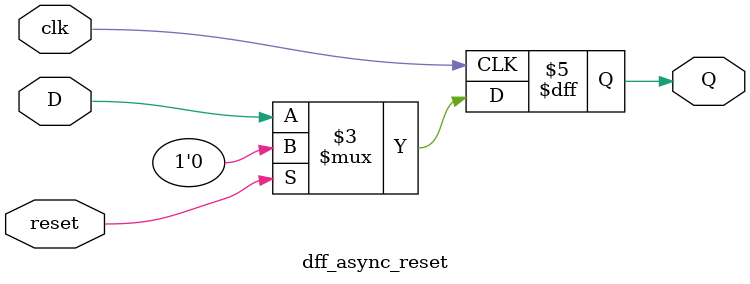
<source format=v>
`timescale 1ns / 1ps


module dff_async_reset(
    input D,
    input clk,
    input reset,
    
    output reg Q
    );
    
    always @(posedge clk)
        begin
            if (reset)
                Q <= 0;  //This should reset immediately
            else
                Q <= D; //This should update on the clock edge
        end
endmodule

</source>
